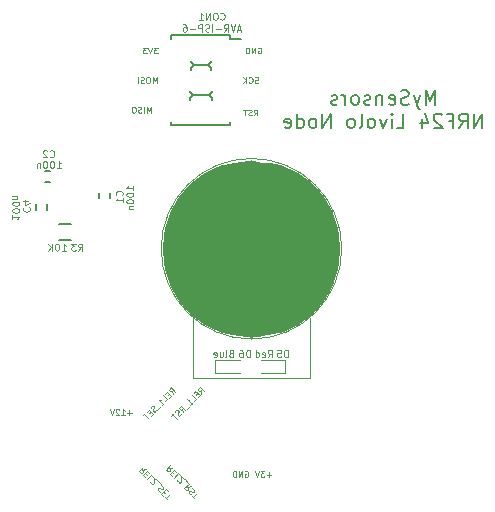
<source format=gbo>
%TF.GenerationSoftware,KiCad,Pcbnew,no-vcs-found-e0b9a21~60~ubuntu16.04.1*%
%TF.CreationDate,2017-10-13T14:54:20+03:00*%
%TF.ProjectId,livolo_1_channel_1way_eu_switch,6C69766F6C6F5F315F6368616E6E656C,rev?*%
%TF.SameCoordinates,Original*%
%TF.FileFunction,Legend,Bot*%
%TF.FilePolarity,Positive*%
%FSLAX46Y46*%
G04 Gerber Fmt 4.6, Leading zero omitted, Abs format (unit mm)*
G04 Created by KiCad (PCBNEW no-vcs-found-e0b9a21~60~ubuntu16.04.1) date Fri Oct 13 14:54:20 2017*
%MOMM*%
%LPD*%
G01*
G04 APERTURE LIST*
%ADD10C,0.120000*%
%ADD11C,0.100000*%
%ADD12C,0.180000*%
%ADD13C,0.150000*%
%ADD14C,7.500000*%
%ADD15O,1.300000X1.600000*%
%ADD16R,2.500000X1.270000*%
%ADD17C,1.500000*%
%ADD18R,0.500000X0.600000*%
%ADD19R,0.600000X0.500000*%
%ADD20R,0.600000X0.800000*%
%ADD21R,1.200000X0.900000*%
G04 APERTURE END LIST*
D10*
X144242857Y-111135714D02*
X143861904Y-111135714D01*
X144052380Y-111326190D02*
X144052380Y-110945238D01*
X143671428Y-110826190D02*
X143361904Y-110826190D01*
X143528571Y-111016666D01*
X143457142Y-111016666D01*
X143409523Y-111040476D01*
X143385714Y-111064285D01*
X143361904Y-111111904D01*
X143361904Y-111230952D01*
X143385714Y-111278571D01*
X143409523Y-111302380D01*
X143457142Y-111326190D01*
X143600000Y-111326190D01*
X143647619Y-111302380D01*
X143671428Y-111278571D01*
X143219047Y-110826190D02*
X143052380Y-111326190D01*
X142885714Y-110826190D01*
X135919585Y-104300295D02*
X135869078Y-104014086D01*
X136121616Y-104098265D02*
X135768062Y-103744712D01*
X135633375Y-103879399D01*
X135616539Y-103929906D01*
X135616539Y-103963578D01*
X135633375Y-104014086D01*
X135683883Y-104064593D01*
X135734391Y-104081429D01*
X135768062Y-104081429D01*
X135818570Y-104064593D01*
X135953257Y-103929906D01*
X135582868Y-104266624D02*
X135465017Y-104384475D01*
X135599704Y-104620177D02*
X135768062Y-104451818D01*
X135414509Y-104098265D01*
X135246150Y-104266624D01*
X135279822Y-104940059D02*
X135448181Y-104771700D01*
X135094627Y-104418147D01*
X134976776Y-105243104D02*
X135178807Y-105041074D01*
X135077791Y-105142089D02*
X134724238Y-104788536D01*
X134808417Y-104805372D01*
X134875761Y-104805372D01*
X134926269Y-104788536D01*
X134943104Y-105344120D02*
X134673730Y-105613494D01*
X134555879Y-105630330D02*
X134522208Y-105697673D01*
X134438028Y-105781852D01*
X134387521Y-105798688D01*
X134353849Y-105798688D01*
X134303341Y-105781852D01*
X134269669Y-105748181D01*
X134252834Y-105697673D01*
X134252834Y-105664001D01*
X134269669Y-105613494D01*
X134320177Y-105529314D01*
X134337013Y-105478807D01*
X134337013Y-105445135D01*
X134320177Y-105394627D01*
X134286505Y-105360956D01*
X134235998Y-105344120D01*
X134202326Y-105344120D01*
X134151818Y-105360956D01*
X134067639Y-105445135D01*
X134033967Y-105512478D01*
X134033967Y-105815524D02*
X133916116Y-105933375D01*
X134050803Y-106169078D02*
X134219162Y-106000719D01*
X133865608Y-105647165D01*
X133697250Y-105815524D01*
X133596234Y-105916539D02*
X133394204Y-106118570D01*
X133848773Y-106371108D02*
X133495219Y-106017555D01*
X138336421Y-104283460D02*
X138285913Y-103997250D01*
X138538452Y-104081429D02*
X138184898Y-103727876D01*
X138050211Y-103862563D01*
X138033375Y-103913070D01*
X138033375Y-103946742D01*
X138050211Y-103997250D01*
X138100719Y-104047757D01*
X138151226Y-104064593D01*
X138184898Y-104064593D01*
X138235406Y-104047757D01*
X138370093Y-103913070D01*
X137999704Y-104249788D02*
X137881852Y-104367639D01*
X138016539Y-104603341D02*
X138184898Y-104434982D01*
X137831345Y-104081429D01*
X137662986Y-104249788D01*
X137696658Y-104923223D02*
X137865017Y-104754864D01*
X137511463Y-104401311D01*
X137393612Y-105226269D02*
X137595643Y-105024238D01*
X137494627Y-105125253D02*
X137141074Y-104771700D01*
X137225253Y-104788536D01*
X137292597Y-104788536D01*
X137343104Y-104771700D01*
X137359940Y-105327284D02*
X137090566Y-105596658D01*
X136770685Y-105849196D02*
X136720177Y-105562986D01*
X136972715Y-105647165D02*
X136619162Y-105293612D01*
X136484475Y-105428299D01*
X136467639Y-105478807D01*
X136467639Y-105512478D01*
X136484475Y-105562986D01*
X136534982Y-105613494D01*
X136585490Y-105630330D01*
X136619162Y-105630330D01*
X136669669Y-105613494D01*
X136804356Y-105478807D01*
X136619162Y-105967047D02*
X136585490Y-106034391D01*
X136501311Y-106118570D01*
X136450803Y-106135406D01*
X136417131Y-106135406D01*
X136366624Y-106118570D01*
X136332952Y-106084898D01*
X136316116Y-106034391D01*
X136316116Y-106000719D01*
X136332952Y-105950211D01*
X136383460Y-105866032D01*
X136400295Y-105815524D01*
X136400295Y-105781852D01*
X136383460Y-105731345D01*
X136349788Y-105697673D01*
X136299280Y-105680837D01*
X136265608Y-105680837D01*
X136215101Y-105697673D01*
X136130921Y-105781852D01*
X136097250Y-105849196D01*
X135979399Y-105933375D02*
X135777368Y-106135406D01*
X136231937Y-106387944D02*
X135878383Y-106034391D01*
X135883460Y-110563578D02*
X135597250Y-110614086D01*
X135681429Y-110361547D02*
X135327876Y-110715101D01*
X135462563Y-110849788D01*
X135513070Y-110866624D01*
X135546742Y-110866624D01*
X135597250Y-110849788D01*
X135647757Y-110799280D01*
X135664593Y-110748773D01*
X135664593Y-110715101D01*
X135647757Y-110664593D01*
X135513070Y-110529906D01*
X135849788Y-110900295D02*
X135967639Y-111018147D01*
X136203341Y-110883460D02*
X136034982Y-110715101D01*
X135681429Y-111068654D01*
X135849788Y-111237013D01*
X136523223Y-111203341D02*
X136354864Y-111034982D01*
X136001311Y-111388536D01*
X136304356Y-111624238D02*
X136304356Y-111657910D01*
X136321192Y-111708417D01*
X136405372Y-111792597D01*
X136455879Y-111809433D01*
X136489551Y-111809433D01*
X136540059Y-111792597D01*
X136573730Y-111758925D01*
X136607402Y-111691582D01*
X136607402Y-111287521D01*
X136826269Y-111506387D01*
X136927284Y-111540059D02*
X137196658Y-111809433D01*
X137449196Y-112129314D02*
X137162986Y-112179822D01*
X137247165Y-111927284D02*
X136893612Y-112280837D01*
X137028299Y-112415524D01*
X137078807Y-112432360D01*
X137112478Y-112432360D01*
X137162986Y-112415524D01*
X137213494Y-112365017D01*
X137230330Y-112314509D01*
X137230330Y-112280837D01*
X137213494Y-112230330D01*
X137078807Y-112095643D01*
X137567047Y-112280837D02*
X137634391Y-112314509D01*
X137718570Y-112398688D01*
X137735406Y-112449196D01*
X137735406Y-112482868D01*
X137718570Y-112533375D01*
X137684898Y-112567047D01*
X137634391Y-112583883D01*
X137600719Y-112583883D01*
X137550211Y-112567047D01*
X137466032Y-112516539D01*
X137415524Y-112499704D01*
X137381852Y-112499704D01*
X137331345Y-112516539D01*
X137297673Y-112550211D01*
X137280837Y-112600719D01*
X137280837Y-112634391D01*
X137297673Y-112684898D01*
X137381852Y-112769078D01*
X137449196Y-112802749D01*
X137533375Y-112920600D02*
X137735406Y-113122631D01*
X137987944Y-112668062D02*
X137634391Y-113021616D01*
X133600295Y-110680414D02*
X133314086Y-110730921D01*
X133398265Y-110478383D02*
X133044712Y-110831937D01*
X133179399Y-110966624D01*
X133229906Y-110983460D01*
X133263578Y-110983460D01*
X133314086Y-110966624D01*
X133364593Y-110916116D01*
X133381429Y-110865608D01*
X133381429Y-110831937D01*
X133364593Y-110781429D01*
X133229906Y-110646742D01*
X133566624Y-111017131D02*
X133684475Y-111134982D01*
X133920177Y-111000295D02*
X133751818Y-110831937D01*
X133398265Y-111185490D01*
X133566624Y-111353849D01*
X134240059Y-111320177D02*
X134071700Y-111151818D01*
X133718147Y-111505372D01*
X134021192Y-111741074D02*
X134021192Y-111774746D01*
X134038028Y-111825253D01*
X134122208Y-111909433D01*
X134172715Y-111926269D01*
X134206387Y-111926269D01*
X134256895Y-111909433D01*
X134290566Y-111875761D01*
X134324238Y-111808417D01*
X134324238Y-111404356D01*
X134543104Y-111623223D01*
X134644120Y-111656895D02*
X134913494Y-111926269D01*
X134930330Y-112044120D02*
X134997673Y-112077791D01*
X135081852Y-112161971D01*
X135098688Y-112212478D01*
X135098688Y-112246150D01*
X135081852Y-112296658D01*
X135048181Y-112330330D01*
X134997673Y-112347165D01*
X134964001Y-112347165D01*
X134913494Y-112330330D01*
X134829314Y-112279822D01*
X134778807Y-112262986D01*
X134745135Y-112262986D01*
X134694627Y-112279822D01*
X134660956Y-112313494D01*
X134644120Y-112364001D01*
X134644120Y-112397673D01*
X134660956Y-112448181D01*
X134745135Y-112532360D01*
X134812478Y-112566032D01*
X135115524Y-112566032D02*
X135233375Y-112683883D01*
X135469078Y-112549196D02*
X135300719Y-112380837D01*
X134947165Y-112734391D01*
X135115524Y-112902749D01*
X135216539Y-113003765D02*
X135418570Y-113205795D01*
X135671108Y-112751226D02*
X135317555Y-113104780D01*
D11*
X142773809Y-80726190D02*
X142940476Y-80488095D01*
X143059523Y-80726190D02*
X143059523Y-80226190D01*
X142869047Y-80226190D01*
X142821428Y-80250000D01*
X142797619Y-80273809D01*
X142773809Y-80321428D01*
X142773809Y-80392857D01*
X142797619Y-80440476D01*
X142821428Y-80464285D01*
X142869047Y-80488095D01*
X143059523Y-80488095D01*
X142583333Y-80702380D02*
X142511904Y-80726190D01*
X142392857Y-80726190D01*
X142345238Y-80702380D01*
X142321428Y-80678571D01*
X142297619Y-80630952D01*
X142297619Y-80583333D01*
X142321428Y-80535714D01*
X142345238Y-80511904D01*
X142392857Y-80488095D01*
X142488095Y-80464285D01*
X142535714Y-80440476D01*
X142559523Y-80416666D01*
X142583333Y-80369047D01*
X142583333Y-80321428D01*
X142559523Y-80273809D01*
X142535714Y-80250000D01*
X142488095Y-80226190D01*
X142369047Y-80226190D01*
X142297619Y-80250000D01*
X142154761Y-80226190D02*
X141869047Y-80226190D01*
X142011904Y-80726190D02*
X142011904Y-80226190D01*
X143142857Y-77952380D02*
X143071428Y-77976190D01*
X142952380Y-77976190D01*
X142904761Y-77952380D01*
X142880952Y-77928571D01*
X142857142Y-77880952D01*
X142857142Y-77833333D01*
X142880952Y-77785714D01*
X142904761Y-77761904D01*
X142952380Y-77738095D01*
X143047619Y-77714285D01*
X143095238Y-77690476D01*
X143119047Y-77666666D01*
X143142857Y-77619047D01*
X143142857Y-77571428D01*
X143119047Y-77523809D01*
X143095238Y-77500000D01*
X143047619Y-77476190D01*
X142928571Y-77476190D01*
X142857142Y-77500000D01*
X142357142Y-77928571D02*
X142380952Y-77952380D01*
X142452380Y-77976190D01*
X142500000Y-77976190D01*
X142571428Y-77952380D01*
X142619047Y-77904761D01*
X142642857Y-77857142D01*
X142666666Y-77761904D01*
X142666666Y-77690476D01*
X142642857Y-77595238D01*
X142619047Y-77547619D01*
X142571428Y-77500000D01*
X142500000Y-77476190D01*
X142452380Y-77476190D01*
X142380952Y-77500000D01*
X142357142Y-77523809D01*
X142142857Y-77976190D02*
X142142857Y-77476190D01*
X141857142Y-77976190D02*
X142071428Y-77690476D01*
X141857142Y-77476190D02*
X142142857Y-77761904D01*
X134035714Y-80476190D02*
X134035714Y-79976190D01*
X133869047Y-80333333D01*
X133702380Y-79976190D01*
X133702380Y-80476190D01*
X133464285Y-80476190D02*
X133464285Y-79976190D01*
X133250000Y-80452380D02*
X133178571Y-80476190D01*
X133059523Y-80476190D01*
X133011904Y-80452380D01*
X132988095Y-80428571D01*
X132964285Y-80380952D01*
X132964285Y-80333333D01*
X132988095Y-80285714D01*
X133011904Y-80261904D01*
X133059523Y-80238095D01*
X133154761Y-80214285D01*
X133202380Y-80190476D01*
X133226190Y-80166666D01*
X133250000Y-80119047D01*
X133250000Y-80071428D01*
X133226190Y-80023809D01*
X133202380Y-80000000D01*
X133154761Y-79976190D01*
X133035714Y-79976190D01*
X132964285Y-80000000D01*
X132654761Y-79976190D02*
X132559523Y-79976190D01*
X132511904Y-80000000D01*
X132464285Y-80047619D01*
X132440476Y-80142857D01*
X132440476Y-80309523D01*
X132464285Y-80404761D01*
X132511904Y-80452380D01*
X132559523Y-80476190D01*
X132654761Y-80476190D01*
X132702380Y-80452380D01*
X132750000Y-80404761D01*
X132773809Y-80309523D01*
X132773809Y-80142857D01*
X132750000Y-80047619D01*
X132702380Y-80000000D01*
X132654761Y-79976190D01*
X143130952Y-75000000D02*
X143178571Y-74976190D01*
X143250000Y-74976190D01*
X143321428Y-75000000D01*
X143369047Y-75047619D01*
X143392857Y-75095238D01*
X143416666Y-75190476D01*
X143416666Y-75261904D01*
X143392857Y-75357142D01*
X143369047Y-75404761D01*
X143321428Y-75452380D01*
X143250000Y-75476190D01*
X143202380Y-75476190D01*
X143130952Y-75452380D01*
X143107142Y-75428571D01*
X143107142Y-75261904D01*
X143202380Y-75261904D01*
X142892857Y-75476190D02*
X142892857Y-74976190D01*
X142607142Y-75476190D01*
X142607142Y-74976190D01*
X142369047Y-75476190D02*
X142369047Y-74976190D01*
X142250000Y-74976190D01*
X142178571Y-75000000D01*
X142130952Y-75047619D01*
X142107142Y-75095238D01*
X142083333Y-75190476D01*
X142083333Y-75261904D01*
X142107142Y-75357142D01*
X142130952Y-75404761D01*
X142178571Y-75452380D01*
X142250000Y-75476190D01*
X142369047Y-75476190D01*
X134535714Y-77976190D02*
X134535714Y-77476190D01*
X134369047Y-77833333D01*
X134202380Y-77476190D01*
X134202380Y-77976190D01*
X133869047Y-77476190D02*
X133773809Y-77476190D01*
X133726190Y-77500000D01*
X133678571Y-77547619D01*
X133654761Y-77642857D01*
X133654761Y-77809523D01*
X133678571Y-77904761D01*
X133726190Y-77952380D01*
X133773809Y-77976190D01*
X133869047Y-77976190D01*
X133916666Y-77952380D01*
X133964285Y-77904761D01*
X133988095Y-77809523D01*
X133988095Y-77642857D01*
X133964285Y-77547619D01*
X133916666Y-77500000D01*
X133869047Y-77476190D01*
X133464285Y-77952380D02*
X133392857Y-77976190D01*
X133273809Y-77976190D01*
X133226190Y-77952380D01*
X133202380Y-77928571D01*
X133178571Y-77880952D01*
X133178571Y-77833333D01*
X133202380Y-77785714D01*
X133226190Y-77761904D01*
X133273809Y-77738095D01*
X133369047Y-77714285D01*
X133416666Y-77690476D01*
X133440476Y-77666666D01*
X133464285Y-77619047D01*
X133464285Y-77571428D01*
X133440476Y-77523809D01*
X133416666Y-77500000D01*
X133369047Y-77476190D01*
X133250000Y-77476190D01*
X133178571Y-77500000D01*
X132964285Y-77976190D02*
X132964285Y-77476190D01*
X134619047Y-74976190D02*
X134309523Y-74976190D01*
X134476190Y-75166666D01*
X134404761Y-75166666D01*
X134357142Y-75190476D01*
X134333333Y-75214285D01*
X134309523Y-75261904D01*
X134309523Y-75380952D01*
X134333333Y-75428571D01*
X134357142Y-75452380D01*
X134404761Y-75476190D01*
X134547619Y-75476190D01*
X134595238Y-75452380D01*
X134619047Y-75428571D01*
X134166666Y-74976190D02*
X134000000Y-75476190D01*
X133833333Y-74976190D01*
X133714285Y-74976190D02*
X133404761Y-74976190D01*
X133571428Y-75166666D01*
X133500000Y-75166666D01*
X133452380Y-75190476D01*
X133428571Y-75214285D01*
X133404761Y-75261904D01*
X133404761Y-75380952D01*
X133428571Y-75428571D01*
X133452380Y-75452380D01*
X133500000Y-75476190D01*
X133642857Y-75476190D01*
X133690476Y-75452380D01*
X133714285Y-75428571D01*
D10*
X142030952Y-110850000D02*
X142078571Y-110826190D01*
X142150000Y-110826190D01*
X142221428Y-110850000D01*
X142269047Y-110897619D01*
X142292857Y-110945238D01*
X142316666Y-111040476D01*
X142316666Y-111111904D01*
X142292857Y-111207142D01*
X142269047Y-111254761D01*
X142221428Y-111302380D01*
X142150000Y-111326190D01*
X142102380Y-111326190D01*
X142030952Y-111302380D01*
X142007142Y-111278571D01*
X142007142Y-111111904D01*
X142102380Y-111111904D01*
X141792857Y-111326190D02*
X141792857Y-110826190D01*
X141507142Y-111326190D01*
X141507142Y-110826190D01*
X141269047Y-111326190D02*
X141269047Y-110826190D01*
X141150000Y-110826190D01*
X141078571Y-110850000D01*
X141030952Y-110897619D01*
X141007142Y-110945238D01*
X140983333Y-111040476D01*
X140983333Y-111111904D01*
X141007142Y-111207142D01*
X141030952Y-111254761D01*
X141078571Y-111302380D01*
X141150000Y-111326190D01*
X141269047Y-111326190D01*
X132430952Y-105885714D02*
X132050000Y-105885714D01*
X132240476Y-106076190D02*
X132240476Y-105695238D01*
X131550000Y-106076190D02*
X131835714Y-106076190D01*
X131692857Y-106076190D02*
X131692857Y-105576190D01*
X131740476Y-105647619D01*
X131788095Y-105695238D01*
X131835714Y-105719047D01*
X131359523Y-105623809D02*
X131335714Y-105600000D01*
X131288095Y-105576190D01*
X131169047Y-105576190D01*
X131121428Y-105600000D01*
X131097619Y-105623809D01*
X131073809Y-105671428D01*
X131073809Y-105719047D01*
X131097619Y-105790476D01*
X131383333Y-106076190D01*
X131073809Y-106076190D01*
X130930952Y-105576190D02*
X130764285Y-106076190D01*
X130597619Y-105576190D01*
D12*
X158121428Y-79802857D02*
X158121428Y-78602857D01*
X157721428Y-79460000D01*
X157321428Y-78602857D01*
X157321428Y-79802857D01*
X156864285Y-79002857D02*
X156578571Y-79802857D01*
X156292857Y-79002857D02*
X156578571Y-79802857D01*
X156692857Y-80088571D01*
X156750000Y-80145714D01*
X156864285Y-80202857D01*
X155892857Y-79745714D02*
X155721428Y-79802857D01*
X155435714Y-79802857D01*
X155321428Y-79745714D01*
X155264285Y-79688571D01*
X155207142Y-79574285D01*
X155207142Y-79460000D01*
X155264285Y-79345714D01*
X155321428Y-79288571D01*
X155435714Y-79231428D01*
X155664285Y-79174285D01*
X155778571Y-79117142D01*
X155835714Y-79060000D01*
X155892857Y-78945714D01*
X155892857Y-78831428D01*
X155835714Y-78717142D01*
X155778571Y-78660000D01*
X155664285Y-78602857D01*
X155378571Y-78602857D01*
X155207142Y-78660000D01*
X154235714Y-79745714D02*
X154350000Y-79802857D01*
X154578571Y-79802857D01*
X154692857Y-79745714D01*
X154750000Y-79631428D01*
X154750000Y-79174285D01*
X154692857Y-79060000D01*
X154578571Y-79002857D01*
X154350000Y-79002857D01*
X154235714Y-79060000D01*
X154178571Y-79174285D01*
X154178571Y-79288571D01*
X154750000Y-79402857D01*
X153664285Y-79002857D02*
X153664285Y-79802857D01*
X153664285Y-79117142D02*
X153607142Y-79060000D01*
X153492857Y-79002857D01*
X153321428Y-79002857D01*
X153207142Y-79060000D01*
X153150000Y-79174285D01*
X153150000Y-79802857D01*
X152635714Y-79745714D02*
X152521428Y-79802857D01*
X152292857Y-79802857D01*
X152178571Y-79745714D01*
X152121428Y-79631428D01*
X152121428Y-79574285D01*
X152178571Y-79460000D01*
X152292857Y-79402857D01*
X152464285Y-79402857D01*
X152578571Y-79345714D01*
X152635714Y-79231428D01*
X152635714Y-79174285D01*
X152578571Y-79060000D01*
X152464285Y-79002857D01*
X152292857Y-79002857D01*
X152178571Y-79060000D01*
X151435714Y-79802857D02*
X151550000Y-79745714D01*
X151607142Y-79688571D01*
X151664285Y-79574285D01*
X151664285Y-79231428D01*
X151607142Y-79117142D01*
X151550000Y-79060000D01*
X151435714Y-79002857D01*
X151264285Y-79002857D01*
X151150000Y-79060000D01*
X151092857Y-79117142D01*
X151035714Y-79231428D01*
X151035714Y-79574285D01*
X151092857Y-79688571D01*
X151150000Y-79745714D01*
X151264285Y-79802857D01*
X151435714Y-79802857D01*
X150521428Y-79802857D02*
X150521428Y-79002857D01*
X150521428Y-79231428D02*
X150464285Y-79117142D01*
X150407142Y-79060000D01*
X150292857Y-79002857D01*
X150178571Y-79002857D01*
X149835714Y-79745714D02*
X149721428Y-79802857D01*
X149492857Y-79802857D01*
X149378571Y-79745714D01*
X149321428Y-79631428D01*
X149321428Y-79574285D01*
X149378571Y-79460000D01*
X149492857Y-79402857D01*
X149664285Y-79402857D01*
X149778571Y-79345714D01*
X149835714Y-79231428D01*
X149835714Y-79174285D01*
X149778571Y-79060000D01*
X149664285Y-79002857D01*
X149492857Y-79002857D01*
X149378571Y-79060000D01*
X162121428Y-81782857D02*
X162121428Y-80582857D01*
X161435714Y-81782857D01*
X161435714Y-80582857D01*
X160178571Y-81782857D02*
X160578571Y-81211428D01*
X160864285Y-81782857D02*
X160864285Y-80582857D01*
X160407142Y-80582857D01*
X160292857Y-80640000D01*
X160235714Y-80697142D01*
X160178571Y-80811428D01*
X160178571Y-80982857D01*
X160235714Y-81097142D01*
X160292857Y-81154285D01*
X160407142Y-81211428D01*
X160864285Y-81211428D01*
X159264285Y-81154285D02*
X159664285Y-81154285D01*
X159664285Y-81782857D02*
X159664285Y-80582857D01*
X159092857Y-80582857D01*
X158692857Y-80697142D02*
X158635714Y-80640000D01*
X158521428Y-80582857D01*
X158235714Y-80582857D01*
X158121428Y-80640000D01*
X158064285Y-80697142D01*
X158007142Y-80811428D01*
X158007142Y-80925714D01*
X158064285Y-81097142D01*
X158750000Y-81782857D01*
X158007142Y-81782857D01*
X156978571Y-80982857D02*
X156978571Y-81782857D01*
X157264285Y-80525714D02*
X157550000Y-81382857D01*
X156807142Y-81382857D01*
X154864285Y-81782857D02*
X155435714Y-81782857D01*
X155435714Y-80582857D01*
X154464285Y-81782857D02*
X154464285Y-80982857D01*
X154464285Y-80582857D02*
X154521428Y-80640000D01*
X154464285Y-80697142D01*
X154407142Y-80640000D01*
X154464285Y-80582857D01*
X154464285Y-80697142D01*
X154007142Y-80982857D02*
X153721428Y-81782857D01*
X153435714Y-80982857D01*
X152807142Y-81782857D02*
X152921428Y-81725714D01*
X152978571Y-81668571D01*
X153035714Y-81554285D01*
X153035714Y-81211428D01*
X152978571Y-81097142D01*
X152921428Y-81040000D01*
X152807142Y-80982857D01*
X152635714Y-80982857D01*
X152521428Y-81040000D01*
X152464285Y-81097142D01*
X152407142Y-81211428D01*
X152407142Y-81554285D01*
X152464285Y-81668571D01*
X152521428Y-81725714D01*
X152635714Y-81782857D01*
X152807142Y-81782857D01*
X151721428Y-81782857D02*
X151835714Y-81725714D01*
X151892857Y-81611428D01*
X151892857Y-80582857D01*
X151092857Y-81782857D02*
X151207142Y-81725714D01*
X151264285Y-81668571D01*
X151321428Y-81554285D01*
X151321428Y-81211428D01*
X151264285Y-81097142D01*
X151207142Y-81040000D01*
X151092857Y-80982857D01*
X150921428Y-80982857D01*
X150807142Y-81040000D01*
X150750000Y-81097142D01*
X150692857Y-81211428D01*
X150692857Y-81554285D01*
X150750000Y-81668571D01*
X150807142Y-81725714D01*
X150921428Y-81782857D01*
X151092857Y-81782857D01*
X149264285Y-81782857D02*
X149264285Y-80582857D01*
X148578571Y-81782857D01*
X148578571Y-80582857D01*
X147835714Y-81782857D02*
X147950000Y-81725714D01*
X148007142Y-81668571D01*
X148064285Y-81554285D01*
X148064285Y-81211428D01*
X148007142Y-81097142D01*
X147950000Y-81040000D01*
X147835714Y-80982857D01*
X147664285Y-80982857D01*
X147550000Y-81040000D01*
X147492857Y-81097142D01*
X147435714Y-81211428D01*
X147435714Y-81554285D01*
X147492857Y-81668571D01*
X147550000Y-81725714D01*
X147664285Y-81782857D01*
X147835714Y-81782857D01*
X146407142Y-81782857D02*
X146407142Y-80582857D01*
X146407142Y-81725714D02*
X146521428Y-81782857D01*
X146750000Y-81782857D01*
X146864285Y-81725714D01*
X146921428Y-81668571D01*
X146978571Y-81554285D01*
X146978571Y-81211428D01*
X146921428Y-81097142D01*
X146864285Y-81040000D01*
X146750000Y-80982857D01*
X146521428Y-80982857D01*
X146407142Y-81040000D01*
X145378571Y-81725714D02*
X145492857Y-81782857D01*
X145721428Y-81782857D01*
X145835714Y-81725714D01*
X145892857Y-81611428D01*
X145892857Y-81154285D01*
X145835714Y-81040000D01*
X145721428Y-80982857D01*
X145492857Y-80982857D01*
X145378571Y-81040000D01*
X145321428Y-81154285D01*
X145321428Y-81268571D01*
X145892857Y-81382857D01*
D11*
X150217148Y-92009512D02*
G75*
G03X150217148Y-92009512I-7647872J0D01*
G01*
X137595200Y-102930002D02*
X137595200Y-97874511D01*
X147495160Y-102930002D02*
X147495160Y-97874511D01*
X137599994Y-102932020D02*
X147490000Y-102932020D01*
D13*
X138950152Y-79020000D02*
X137648117Y-79020000D01*
X139250000Y-79274000D02*
X138996000Y-79020000D01*
X138996000Y-79020000D02*
X139250000Y-78766000D01*
X139250000Y-78766000D02*
X139250000Y-78639000D01*
X139250000Y-79401000D02*
X139250000Y-79274000D01*
X139150000Y-76734000D02*
X138896000Y-76480000D01*
X137350000Y-78766000D02*
X137604000Y-79020000D01*
X139150000Y-76226000D02*
X139150000Y-76099000D01*
X137350000Y-79274000D02*
X137350000Y-79401000D01*
X138896000Y-76480000D02*
X139150000Y-76226000D01*
X137604000Y-79020000D02*
X137350000Y-79274000D01*
X139150000Y-76861000D02*
X139150000Y-76734000D01*
X137350000Y-78639000D02*
X137350000Y-78766000D01*
X135750000Y-73940000D02*
X135750000Y-74220000D01*
X137450000Y-76734000D02*
X137450000Y-76861000D01*
X137704000Y-76480000D02*
X137450000Y-76734000D01*
X137450000Y-76226000D02*
X137704000Y-76480000D01*
X137450000Y-76099000D02*
X137450000Y-76226000D01*
X135750000Y-73940000D02*
X140750000Y-73940000D01*
X140750000Y-73940000D02*
X140750000Y-74220000D01*
X140750000Y-81560000D02*
X140750000Y-81280000D01*
X135750000Y-81560000D02*
X140750000Y-81560000D01*
X135750000Y-81560000D02*
X135750000Y-81280000D01*
X138950000Y-76450000D02*
X137650000Y-76450000D01*
X140750000Y-74250000D02*
X141650000Y-74250000D01*
X125275000Y-88250000D02*
X125275000Y-88750000D01*
X124325000Y-88750000D02*
X124325000Y-88250000D01*
X125050000Y-85425000D02*
X125550000Y-85425000D01*
X125550000Y-86375000D02*
X125050000Y-86375000D01*
X129625000Y-87750000D02*
X129625000Y-87250000D01*
X130575000Y-87250000D02*
X130575000Y-87750000D01*
D10*
X145450000Y-101400000D02*
X145450000Y-102500000D01*
X145450000Y-102500000D02*
X143350000Y-102500000D01*
X145450000Y-101400000D02*
X143350000Y-101400000D01*
X139500000Y-102500000D02*
X141600000Y-102500000D01*
X139500000Y-101400000D02*
X141600000Y-101400000D01*
X139500000Y-102500000D02*
X139500000Y-101400000D01*
D13*
X127300000Y-89925000D02*
X126300000Y-89925000D01*
X126300000Y-91275000D02*
X127300000Y-91275000D01*
D14*
X146316120Y-92033008D02*
G75*
G03X146316120Y-92033008I-3740382J0D01*
G01*
D11*
X139928571Y-72564285D02*
X139957142Y-72592857D01*
X140042857Y-72621428D01*
X140100000Y-72621428D01*
X140185714Y-72592857D01*
X140242857Y-72535714D01*
X140271428Y-72478571D01*
X140300000Y-72364285D01*
X140300000Y-72278571D01*
X140271428Y-72164285D01*
X140242857Y-72107142D01*
X140185714Y-72050000D01*
X140100000Y-72021428D01*
X140042857Y-72021428D01*
X139957142Y-72050000D01*
X139928571Y-72078571D01*
X139557142Y-72021428D02*
X139442857Y-72021428D01*
X139385714Y-72050000D01*
X139328571Y-72107142D01*
X139300000Y-72221428D01*
X139300000Y-72421428D01*
X139328571Y-72535714D01*
X139385714Y-72592857D01*
X139442857Y-72621428D01*
X139557142Y-72621428D01*
X139614285Y-72592857D01*
X139671428Y-72535714D01*
X139700000Y-72421428D01*
X139700000Y-72221428D01*
X139671428Y-72107142D01*
X139614285Y-72050000D01*
X139557142Y-72021428D01*
X139042857Y-72621428D02*
X139042857Y-72021428D01*
X138700000Y-72621428D01*
X138700000Y-72021428D01*
X138100000Y-72621428D02*
X138442857Y-72621428D01*
X138271428Y-72621428D02*
X138271428Y-72021428D01*
X138328571Y-72107142D01*
X138385714Y-72164285D01*
X138442857Y-72192857D01*
X141657142Y-73450000D02*
X141371428Y-73450000D01*
X141714285Y-73621428D02*
X141514285Y-73021428D01*
X141314285Y-73621428D01*
X141200000Y-73021428D02*
X141000000Y-73621428D01*
X140800000Y-73021428D01*
X140257142Y-73621428D02*
X140457142Y-73335714D01*
X140600000Y-73621428D02*
X140600000Y-73021428D01*
X140371428Y-73021428D01*
X140314285Y-73050000D01*
X140285714Y-73078571D01*
X140257142Y-73135714D01*
X140257142Y-73221428D01*
X140285714Y-73278571D01*
X140314285Y-73307142D01*
X140371428Y-73335714D01*
X140600000Y-73335714D01*
X140000000Y-73392857D02*
X139542857Y-73392857D01*
X139257142Y-73621428D02*
X139257142Y-73021428D01*
X139000000Y-73592857D02*
X138914285Y-73621428D01*
X138771428Y-73621428D01*
X138714285Y-73592857D01*
X138685714Y-73564285D01*
X138657142Y-73507142D01*
X138657142Y-73450000D01*
X138685714Y-73392857D01*
X138714285Y-73364285D01*
X138771428Y-73335714D01*
X138885714Y-73307142D01*
X138942857Y-73278571D01*
X138971428Y-73250000D01*
X139000000Y-73192857D01*
X139000000Y-73135714D01*
X138971428Y-73078571D01*
X138942857Y-73050000D01*
X138885714Y-73021428D01*
X138742857Y-73021428D01*
X138657142Y-73050000D01*
X138400000Y-73621428D02*
X138400000Y-73021428D01*
X138171428Y-73021428D01*
X138114285Y-73050000D01*
X138085714Y-73078571D01*
X138057142Y-73135714D01*
X138057142Y-73221428D01*
X138085714Y-73278571D01*
X138114285Y-73307142D01*
X138171428Y-73335714D01*
X138400000Y-73335714D01*
X137800000Y-73392857D02*
X137342857Y-73392857D01*
X136800000Y-73021428D02*
X136914285Y-73021428D01*
X136971428Y-73050000D01*
X137000000Y-73078571D01*
X137057142Y-73164285D01*
X137085714Y-73278571D01*
X137085714Y-73507142D01*
X137057142Y-73564285D01*
X137028571Y-73592857D01*
X136971428Y-73621428D01*
X136857142Y-73621428D01*
X136800000Y-73592857D01*
X136771428Y-73564285D01*
X136742857Y-73507142D01*
X136742857Y-73364285D01*
X136771428Y-73307142D01*
X136800000Y-73278571D01*
X136857142Y-73250000D01*
X136971428Y-73250000D01*
X137028571Y-73278571D01*
X137057142Y-73307142D01*
X137085714Y-73364285D01*
X123285714Y-88500000D02*
X123257142Y-88528571D01*
X123228571Y-88614285D01*
X123228571Y-88671428D01*
X123257142Y-88757142D01*
X123314285Y-88814285D01*
X123371428Y-88842857D01*
X123485714Y-88871428D01*
X123571428Y-88871428D01*
X123685714Y-88842857D01*
X123742857Y-88814285D01*
X123800000Y-88757142D01*
X123828571Y-88671428D01*
X123828571Y-88614285D01*
X123800000Y-88528571D01*
X123771428Y-88500000D01*
X123628571Y-87985714D02*
X123228571Y-87985714D01*
X123857142Y-88128571D02*
X123428571Y-88271428D01*
X123428571Y-87900000D01*
X122328571Y-89171428D02*
X122328571Y-89514285D01*
X122328571Y-89342857D02*
X122928571Y-89342857D01*
X122842857Y-89400000D01*
X122785714Y-89457142D01*
X122757142Y-89514285D01*
X122928571Y-88800000D02*
X122928571Y-88742857D01*
X122900000Y-88685714D01*
X122871428Y-88657142D01*
X122814285Y-88628571D01*
X122700000Y-88600000D01*
X122557142Y-88600000D01*
X122442857Y-88628571D01*
X122385714Y-88657142D01*
X122357142Y-88685714D01*
X122328571Y-88742857D01*
X122328571Y-88800000D01*
X122357142Y-88857142D01*
X122385714Y-88885714D01*
X122442857Y-88914285D01*
X122557142Y-88942857D01*
X122700000Y-88942857D01*
X122814285Y-88914285D01*
X122871428Y-88885714D01*
X122900000Y-88857142D01*
X122928571Y-88800000D01*
X122928571Y-88228571D02*
X122928571Y-88171428D01*
X122900000Y-88114285D01*
X122871428Y-88085714D01*
X122814285Y-88057142D01*
X122700000Y-88028571D01*
X122557142Y-88028571D01*
X122442857Y-88057142D01*
X122385714Y-88085714D01*
X122357142Y-88114285D01*
X122328571Y-88171428D01*
X122328571Y-88228571D01*
X122357142Y-88285714D01*
X122385714Y-88314285D01*
X122442857Y-88342857D01*
X122557142Y-88371428D01*
X122700000Y-88371428D01*
X122814285Y-88342857D01*
X122871428Y-88314285D01*
X122900000Y-88285714D01*
X122928571Y-88228571D01*
X122728571Y-87771428D02*
X122328571Y-87771428D01*
X122671428Y-87771428D02*
X122700000Y-87742857D01*
X122728571Y-87685714D01*
X122728571Y-87600000D01*
X122700000Y-87542857D01*
X122642857Y-87514285D01*
X122328571Y-87514285D01*
X125500000Y-84214285D02*
X125528571Y-84242857D01*
X125614285Y-84271428D01*
X125671428Y-84271428D01*
X125757142Y-84242857D01*
X125814285Y-84185714D01*
X125842857Y-84128571D01*
X125871428Y-84014285D01*
X125871428Y-83928571D01*
X125842857Y-83814285D01*
X125814285Y-83757142D01*
X125757142Y-83700000D01*
X125671428Y-83671428D01*
X125614285Y-83671428D01*
X125528571Y-83700000D01*
X125500000Y-83728571D01*
X125271428Y-83728571D02*
X125242857Y-83700000D01*
X125185714Y-83671428D01*
X125042857Y-83671428D01*
X124985714Y-83700000D01*
X124957142Y-83728571D01*
X124928571Y-83785714D01*
X124928571Y-83842857D01*
X124957142Y-83928571D01*
X125300000Y-84271428D01*
X124928571Y-84271428D01*
X126071428Y-85171428D02*
X126414285Y-85171428D01*
X126242857Y-85171428D02*
X126242857Y-84571428D01*
X126300000Y-84657142D01*
X126357142Y-84714285D01*
X126414285Y-84742857D01*
X125700000Y-84571428D02*
X125642857Y-84571428D01*
X125585714Y-84600000D01*
X125557142Y-84628571D01*
X125528571Y-84685714D01*
X125500000Y-84800000D01*
X125500000Y-84942857D01*
X125528571Y-85057142D01*
X125557142Y-85114285D01*
X125585714Y-85142857D01*
X125642857Y-85171428D01*
X125700000Y-85171428D01*
X125757142Y-85142857D01*
X125785714Y-85114285D01*
X125814285Y-85057142D01*
X125842857Y-84942857D01*
X125842857Y-84800000D01*
X125814285Y-84685714D01*
X125785714Y-84628571D01*
X125757142Y-84600000D01*
X125700000Y-84571428D01*
X125128571Y-84571428D02*
X125071428Y-84571428D01*
X125014285Y-84600000D01*
X124985714Y-84628571D01*
X124957142Y-84685714D01*
X124928571Y-84800000D01*
X124928571Y-84942857D01*
X124957142Y-85057142D01*
X124985714Y-85114285D01*
X125014285Y-85142857D01*
X125071428Y-85171428D01*
X125128571Y-85171428D01*
X125185714Y-85142857D01*
X125214285Y-85114285D01*
X125242857Y-85057142D01*
X125271428Y-84942857D01*
X125271428Y-84800000D01*
X125242857Y-84685714D01*
X125214285Y-84628571D01*
X125185714Y-84600000D01*
X125128571Y-84571428D01*
X124671428Y-84771428D02*
X124671428Y-85171428D01*
X124671428Y-84828571D02*
X124642857Y-84800000D01*
X124585714Y-84771428D01*
X124500000Y-84771428D01*
X124442857Y-84800000D01*
X124414285Y-84857142D01*
X124414285Y-85171428D01*
X131614285Y-87500000D02*
X131642857Y-87471428D01*
X131671428Y-87385714D01*
X131671428Y-87328571D01*
X131642857Y-87242857D01*
X131585714Y-87185714D01*
X131528571Y-87157142D01*
X131414285Y-87128571D01*
X131328571Y-87128571D01*
X131214285Y-87157142D01*
X131157142Y-87185714D01*
X131100000Y-87242857D01*
X131071428Y-87328571D01*
X131071428Y-87385714D01*
X131100000Y-87471428D01*
X131128571Y-87500000D01*
X131671428Y-88071428D02*
X131671428Y-87728571D01*
X131671428Y-87900000D02*
X131071428Y-87900000D01*
X131157142Y-87842857D01*
X131214285Y-87785714D01*
X131242857Y-87728571D01*
X132571428Y-87028571D02*
X132571428Y-86685714D01*
X132571428Y-86857142D02*
X131971428Y-86857142D01*
X132057142Y-86800000D01*
X132114285Y-86742857D01*
X132142857Y-86685714D01*
X131971428Y-87400000D02*
X131971428Y-87457142D01*
X132000000Y-87514285D01*
X132028571Y-87542857D01*
X132085714Y-87571428D01*
X132200000Y-87600000D01*
X132342857Y-87600000D01*
X132457142Y-87571428D01*
X132514285Y-87542857D01*
X132542857Y-87514285D01*
X132571428Y-87457142D01*
X132571428Y-87400000D01*
X132542857Y-87342857D01*
X132514285Y-87314285D01*
X132457142Y-87285714D01*
X132342857Y-87257142D01*
X132200000Y-87257142D01*
X132085714Y-87285714D01*
X132028571Y-87314285D01*
X132000000Y-87342857D01*
X131971428Y-87400000D01*
X131971428Y-87971428D02*
X131971428Y-88028571D01*
X132000000Y-88085714D01*
X132028571Y-88114285D01*
X132085714Y-88142857D01*
X132200000Y-88171428D01*
X132342857Y-88171428D01*
X132457142Y-88142857D01*
X132514285Y-88114285D01*
X132542857Y-88085714D01*
X132571428Y-88028571D01*
X132571428Y-87971428D01*
X132542857Y-87914285D01*
X132514285Y-87885714D01*
X132457142Y-87857142D01*
X132342857Y-87828571D01*
X132200000Y-87828571D01*
X132085714Y-87857142D01*
X132028571Y-87885714D01*
X132000000Y-87914285D01*
X131971428Y-87971428D01*
X132171428Y-88428571D02*
X132571428Y-88428571D01*
X132228571Y-88428571D02*
X132200000Y-88457142D01*
X132171428Y-88514285D01*
X132171428Y-88600000D01*
X132200000Y-88657142D01*
X132257142Y-88685714D01*
X132571428Y-88685714D01*
X145642857Y-101171428D02*
X145642857Y-100571428D01*
X145500000Y-100571428D01*
X145414285Y-100600000D01*
X145357142Y-100657142D01*
X145328571Y-100714285D01*
X145300000Y-100828571D01*
X145300000Y-100914285D01*
X145328571Y-101028571D01*
X145357142Y-101085714D01*
X145414285Y-101142857D01*
X145500000Y-101171428D01*
X145642857Y-101171428D01*
X144757142Y-100571428D02*
X145042857Y-100571428D01*
X145071428Y-100857142D01*
X145042857Y-100828571D01*
X144985714Y-100800000D01*
X144842857Y-100800000D01*
X144785714Y-100828571D01*
X144757142Y-100857142D01*
X144728571Y-100914285D01*
X144728571Y-101057142D01*
X144757142Y-101114285D01*
X144785714Y-101142857D01*
X144842857Y-101171428D01*
X144985714Y-101171428D01*
X145042857Y-101142857D01*
X145071428Y-101114285D01*
X143942857Y-101171428D02*
X144142857Y-100885714D01*
X144285714Y-101171428D02*
X144285714Y-100571428D01*
X144057142Y-100571428D01*
X144000000Y-100600000D01*
X143971428Y-100628571D01*
X143942857Y-100685714D01*
X143942857Y-100771428D01*
X143971428Y-100828571D01*
X144000000Y-100857142D01*
X144057142Y-100885714D01*
X144285714Y-100885714D01*
X143457142Y-101142857D02*
X143514285Y-101171428D01*
X143628571Y-101171428D01*
X143685714Y-101142857D01*
X143714285Y-101085714D01*
X143714285Y-100857142D01*
X143685714Y-100800000D01*
X143628571Y-100771428D01*
X143514285Y-100771428D01*
X143457142Y-100800000D01*
X143428571Y-100857142D01*
X143428571Y-100914285D01*
X143714285Y-100971428D01*
X142914285Y-101171428D02*
X142914285Y-100571428D01*
X142914285Y-101142857D02*
X142971428Y-101171428D01*
X143085714Y-101171428D01*
X143142857Y-101142857D01*
X143171428Y-101114285D01*
X143200000Y-101057142D01*
X143200000Y-100885714D01*
X143171428Y-100828571D01*
X143142857Y-100800000D01*
X143085714Y-100771428D01*
X142971428Y-100771428D01*
X142914285Y-100800000D01*
X142442857Y-101171428D02*
X142442857Y-100571428D01*
X142300000Y-100571428D01*
X142214285Y-100600000D01*
X142157142Y-100657142D01*
X142128571Y-100714285D01*
X142100000Y-100828571D01*
X142100000Y-100914285D01*
X142128571Y-101028571D01*
X142157142Y-101085714D01*
X142214285Y-101142857D01*
X142300000Y-101171428D01*
X142442857Y-101171428D01*
X141585714Y-100571428D02*
X141700000Y-100571428D01*
X141757142Y-100600000D01*
X141785714Y-100628571D01*
X141842857Y-100714285D01*
X141871428Y-100828571D01*
X141871428Y-101057142D01*
X141842857Y-101114285D01*
X141814285Y-101142857D01*
X141757142Y-101171428D01*
X141642857Y-101171428D01*
X141585714Y-101142857D01*
X141557142Y-101114285D01*
X141528571Y-101057142D01*
X141528571Y-100914285D01*
X141557142Y-100857142D01*
X141585714Y-100828571D01*
X141642857Y-100800000D01*
X141757142Y-100800000D01*
X141814285Y-100828571D01*
X141842857Y-100857142D01*
X141871428Y-100914285D01*
X140842857Y-100857142D02*
X140757142Y-100885714D01*
X140728571Y-100914285D01*
X140700000Y-100971428D01*
X140700000Y-101057142D01*
X140728571Y-101114285D01*
X140757142Y-101142857D01*
X140814285Y-101171428D01*
X141042857Y-101171428D01*
X141042857Y-100571428D01*
X140842857Y-100571428D01*
X140785714Y-100600000D01*
X140757142Y-100628571D01*
X140728571Y-100685714D01*
X140728571Y-100742857D01*
X140757142Y-100800000D01*
X140785714Y-100828571D01*
X140842857Y-100857142D01*
X141042857Y-100857142D01*
X140357142Y-101171428D02*
X140414285Y-101142857D01*
X140442857Y-101085714D01*
X140442857Y-100571428D01*
X139871428Y-100771428D02*
X139871428Y-101171428D01*
X140128571Y-100771428D02*
X140128571Y-101085714D01*
X140100000Y-101142857D01*
X140042857Y-101171428D01*
X139957142Y-101171428D01*
X139900000Y-101142857D01*
X139871428Y-101114285D01*
X139357142Y-101142857D02*
X139414285Y-101171428D01*
X139528571Y-101171428D01*
X139585714Y-101142857D01*
X139614285Y-101085714D01*
X139614285Y-100857142D01*
X139585714Y-100800000D01*
X139528571Y-100771428D01*
X139414285Y-100771428D01*
X139357142Y-100800000D01*
X139328571Y-100857142D01*
X139328571Y-100914285D01*
X139614285Y-100971428D01*
X127900000Y-92171428D02*
X128100000Y-91885714D01*
X128242857Y-92171428D02*
X128242857Y-91571428D01*
X128014285Y-91571428D01*
X127957142Y-91600000D01*
X127928571Y-91628571D01*
X127900000Y-91685714D01*
X127900000Y-91771428D01*
X127928571Y-91828571D01*
X127957142Y-91857142D01*
X128014285Y-91885714D01*
X128242857Y-91885714D01*
X127700000Y-91571428D02*
X127328571Y-91571428D01*
X127528571Y-91800000D01*
X127442857Y-91800000D01*
X127385714Y-91828571D01*
X127357142Y-91857142D01*
X127328571Y-91914285D01*
X127328571Y-92057142D01*
X127357142Y-92114285D01*
X127385714Y-92142857D01*
X127442857Y-92171428D01*
X127614285Y-92171428D01*
X127671428Y-92142857D01*
X127700000Y-92114285D01*
X126514285Y-92171428D02*
X126857142Y-92171428D01*
X126685714Y-92171428D02*
X126685714Y-91571428D01*
X126742857Y-91657142D01*
X126800000Y-91714285D01*
X126857142Y-91742857D01*
X126142857Y-91571428D02*
X126085714Y-91571428D01*
X126028571Y-91600000D01*
X126000000Y-91628571D01*
X125971428Y-91685714D01*
X125942857Y-91800000D01*
X125942857Y-91942857D01*
X125971428Y-92057142D01*
X126000000Y-92114285D01*
X126028571Y-92142857D01*
X126085714Y-92171428D01*
X126142857Y-92171428D01*
X126200000Y-92142857D01*
X126228571Y-92114285D01*
X126257142Y-92057142D01*
X126285714Y-91942857D01*
X126285714Y-91800000D01*
X126257142Y-91685714D01*
X126228571Y-91628571D01*
X126200000Y-91600000D01*
X126142857Y-91571428D01*
X125685714Y-92171428D02*
X125685714Y-91571428D01*
X125342857Y-92171428D02*
X125600000Y-91828571D01*
X125342857Y-91571428D02*
X125685714Y-91914285D01*
%LPC*%
D15*
X143650000Y-107550000D03*
X143650000Y-109550000D03*
X141650000Y-107550000D03*
X141650000Y-109550000D03*
X139650000Y-107550000D03*
X139650000Y-109550000D03*
X137650000Y-107550000D03*
X137650000Y-109550000D03*
X135650000Y-107550000D03*
X135650000Y-109550000D03*
X133650000Y-107550000D03*
X133650000Y-109550000D03*
X131650000Y-107550000D03*
X131650000Y-109550000D03*
D16*
X136250000Y-75210000D03*
X136250000Y-77750000D03*
X136250000Y-80290000D03*
X140250000Y-80290000D03*
X140250000Y-77750000D03*
X140250000Y-75250000D03*
D17*
X146700000Y-100700000D03*
X138500000Y-100700000D03*
D18*
X124800000Y-89050000D03*
X124800000Y-87950000D03*
D19*
X125850000Y-85900000D03*
X124750000Y-85900000D03*
D18*
X130100000Y-86950000D03*
X130100000Y-88050000D03*
D20*
X145000000Y-101950000D03*
X143300000Y-101950000D03*
X141650000Y-101950000D03*
X139950000Y-101950000D03*
D21*
X125700000Y-90600000D03*
X127900000Y-90600000D03*
M02*

</source>
